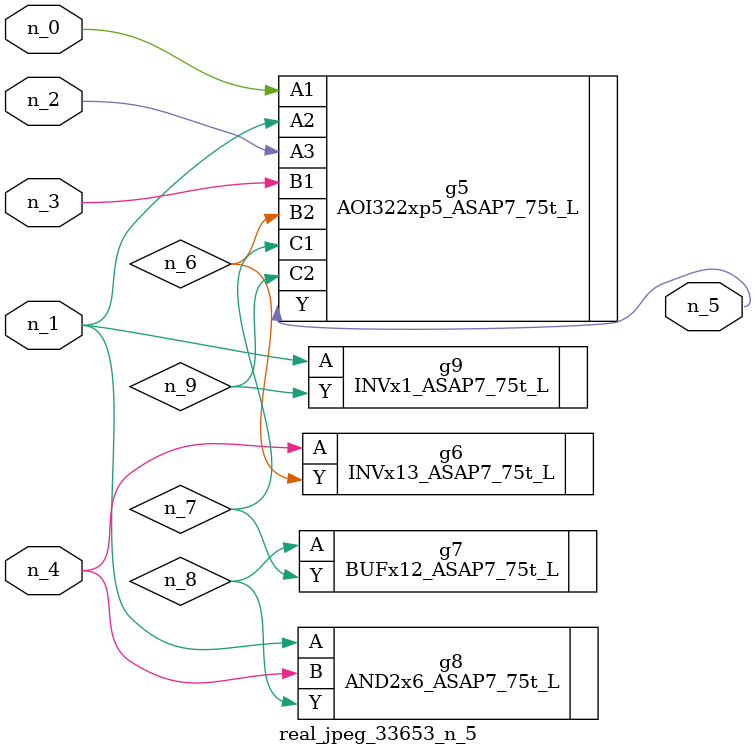
<source format=v>
module real_jpeg_33653_n_5 (n_4, n_0, n_1, n_2, n_3, n_5);

input n_4;
input n_0;
input n_1;
input n_2;
input n_3;

output n_5;

wire n_8;
wire n_6;
wire n_7;
wire n_9;

AOI322xp5_ASAP7_75t_L g5 ( 
.A1(n_0),
.A2(n_1),
.A3(n_2),
.B1(n_3),
.B2(n_6),
.C1(n_7),
.C2(n_9),
.Y(n_5)
);

AND2x6_ASAP7_75t_L g8 ( 
.A(n_1),
.B(n_4),
.Y(n_8)
);

INVx1_ASAP7_75t_L g9 ( 
.A(n_1),
.Y(n_9)
);

INVx13_ASAP7_75t_L g6 ( 
.A(n_4),
.Y(n_6)
);

BUFx12_ASAP7_75t_L g7 ( 
.A(n_8),
.Y(n_7)
);


endmodule
</source>
